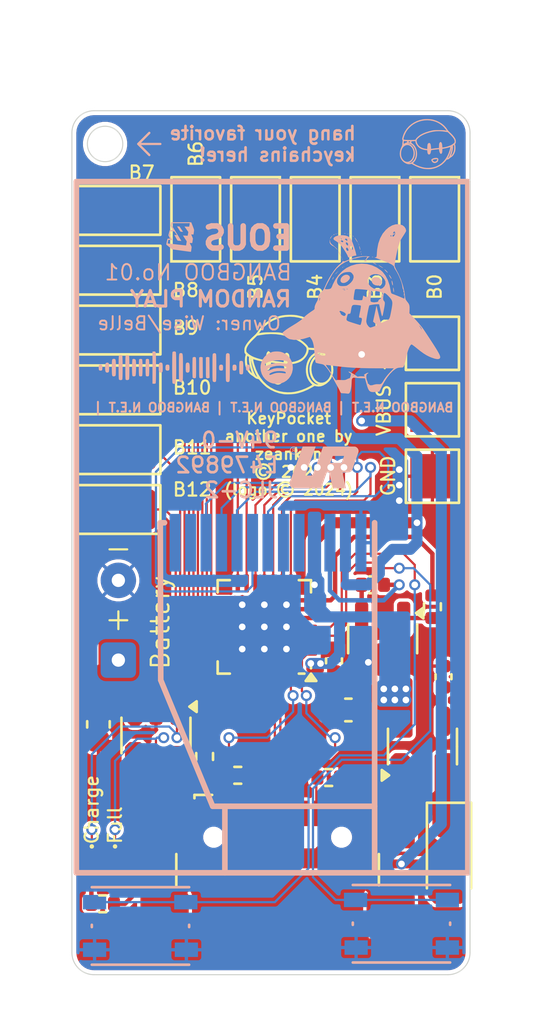
<source format=kicad_pcb>
(kicad_pcb (version 20241229) (generator "pcbnew") (generator_version "9.0")
  (layers (0 "F.Cu" signal) (2 "B.Cu" signal) (13 "F.Paste" user) (15 "B.Paste" user) (5 "F.SilkS" user "F.Silkscreen") (7 "B.SilkS" user "B.Silkscreen") (1 "F.Mask" user) (3 "B.Mask" user) (25 "Edge.Cuts" user))
  (net 0 "")
  (net 1 "/BAT+")
  (net 2 "GND")
  (net 3 "Net-(U3-BP)")
  (net 4 "+3V3")
  (net 5 "Net-(D1-K)")
  (net 6 "Net-(D1-A)")
  (net 7 "Net-(D2-K)")
  (net 8 "VBUS")
  (net 9 "VSYS")
  (net 10 "/LCD_SDA")
  (net 12 "/LCD_RS")
  (net 13 "/LCD_SCL")
  (net 14 "/LCD_CS")
  (net 15 "Net-(DP1-LEDK)")
  (net 16 "/LCD_RES")
  (net 19 "/PD_CC1")
  (net 21 "/PD_CC2")
  (net 23 "Net-(Q1-B)")
  (net 24 "Net-(Q1-E)")
  (net 25 "Net-(U2-PROG)")
  (net 26 "/LCD_BL")
  (net 27 "Net-(U1-PC0)")
  (net 28 "Net-(U1-PC3)")
  (net 31 "/USB_D-")
  (net 32 "/USB_D+")
  (net 35 "Net-(U1-PB0)")
  (net 36 "Net-(U1-PB1{slash}PB5)")
  (net 37 "Net-(U1-PB3)")
  (net 38 "Net-(U1-PB4)")
  (net 39 "Net-(U1-PB6)")
  (net 40 "Net-(U1-PB7)")
  (net 41 "Net-(U1-PB8)")
  (net 42 "Net-(U1-PB9)")
  (net 43 "Net-(U1-PB10)")
  (net 44 "Net-(U1-PB11)")
  (net 45 "Net-(U1-PB12)")
  (footprint "TestPoint:TestPoint_Keystone_5015_Micro_Mini" (layer "F.Cu") (at 102.1 42.3)
    (property "Reference" "TP10" (hide yes))
    (property "Value" "TestPoint")
  )
  (footprint "TestPoint:TestPoint_Keystone_5015_Micro_Mini" (layer "F.Cu") (at 102.1 39.6)
    (property "Reference" "TP9" (hide yes))
    (property "Value" "TestPoint")
  )
  (footprint "Connector_Wire:SolderWire-0.1sqmm_1x02_P3.6mm_D0.4mm_OD1mm" (layer "F.Cu") (at 102.1 51.8 90)
    (property "Reference" "J2" (hide yes))
    (property "Value" "BAT")
  )
  (footprint "TestPoint:TestPoint_Keystone_5015_Micro_Mini" (layer "F.Cu") (at 116.4 31.9 -90)
    (property "Reference" "TP1" (hide yes))
    (property "Value" "TestPoint")
  )
  (footprint "Connector_USB:USB_C_Receptacle_GCT_USB4110" (layer "F.Cu") (at 109.3 62.4)
    (property "Reference" "J1" (hide yes))
    (property "Value" "USB_C_Receptacle_USB2.0_16P")
  )
  (footprint "TestPoint:TestPoint_Keystone_5015_Micro_Mini" (layer "F.Cu") (at 108.3 31.9 -90)
    (property "Reference" "TP2" (hide yes))
    (property "Value" "TestPoint")
  )
  (footprint "Capacitor_SMD:C_0603_1608Metric" (layer "F.Cu") (at 112.5 54.05 180)
    (property "Reference" "C3" (hide yes))
    (property "Value" "2.2u")
  )
  (footprint "Resistor_SMD:R_0402_1005Metric" (layer "F.Cu") (at 107.5 57 180)
    (property "Reference" "R1" (hide yes))
    (property "Value" "5.1k")
  )
  (footprint "LED_SMD:LED_0402_1005Metric" (layer "F.Cu") (at 100.9 61.3 -90)
    (property "Reference" "D1" (hide yes))
    (property "Value" "RED")
  )
  (footprint "LED_SMD:LED_0402_1005Metric" (layer "F.Cu") (at 101.95 61.3 -90)
    (property "Reference" "D2" (hide yes))
    (property "Value" "GREEN")
  )
  (footprint "Resistor_SMD:R_0402_1005Metric" (layer "F.Cu") (at 113.6 48.4)
    (property "Reference" "R6" (hide yes))
    (property "Value" "20")
  )
  (footprint "TestPoint:TestPoint_Keystone_5015_Micro_Mini" (layer "F.Cu") (at 102.1 36.9)
    (property "Reference" "TP8" (hide yes))
    (property "Value" "TestPoint")
  )
  (footprint "TestPoint:TestPoint_Keystone_5015_Micro_Mini" (layer "F.Cu") (at 102.1 34.2)
    (property "Reference" "TP7" (hide yes))
    (property "Value" "TestPoint")
  )
  (footprint "Resistor_SMD:R_0402_1005Metric" (layer "F.Cu") (at 106 56.15 90)
    (property "Reference" "R3" (hide yes))
    (property "Value" "1.6k")
  )
  (footprint "TestPoint:TestPoint_Keystone_5015_Micro_Mini" (layer "F.Cu") (at 113.7 31.9 -90)
    (property "Reference" "TP3" (hide yes))
    (property "Value" "TestPoint")
  )
  (footprint "TestPoint:TestPoint_Keystone_5015_Micro_Mini" (layer "F.Cu") (at 102.1 45)
    (property "Reference" "TP11" (hide yes))
    (property "Value" "TestPoint")
  )
  (footprint "TestPoint:TestPoint_Pad_2.0x2.0mm" (layer "F.Cu") (at 116.3 43.5)
    (property "Reference" "TP14" (hide yes))
    (property "Value" "TestPoint")
  )
  (footprint "TestPoint:TestPoint_Pad_2.0x2.0mm" (layer "F.Cu") (at 116.3 40.5)
    (property "Reference" "TP13" (hide yes))
    (property "Value" "TestPoint")
  )
  (footprint "Package_TO_SOT_SMD:SOT-23-5" (layer "F.Cu") (at 115.85 55.7 90)
    (property "Reference" "U3" (hide yes))
    (property "Value" "MIC5205-3.3YM5")
  )
  (footprint "TestPoint:TestPoint_Pad_2.0x2.0mm" (layer "F.Cu") (at 116.3 37.5)
    (property "Reference" "TP12" (hide yes))
    (property "Value" "TestPoint")
  )
  (footprint "LOGO" (layer "F.Cu") (at 109.8 38)
    (property "Reference" "G***" (hide yes))
    (property "Value" "LOGO" (hide yes))
  )
  (footprint "TestPoint:TestPoint_Keystone_5015_Micro_Mini" (layer "F.Cu") (at 102.1 31.5)
    (property "Reference" "TP6" (hide yes))
    (property "Value" "TestPoint")
  )
  (footprint "Resistor_SMD:R_0402_1005Metric" (layer "F.Cu") (at 116.3 49.39 -90)
    (property "Reference" "R5" (hide yes))
    (property "Value" "1k")
  )
  (footprint "Resistor_SMD:R_0402_1005Metric" (layer "F.Cu") (at 101.39 62.8)
    (property "Reference" "R4" (hide yes))
    (property "Value" "1k")
  )
  (footprint "Capacitor_SMD:C_0603_1608Metric" (layer "F.Cu") (at 101.2 54.7 -90)
    (property "Reference" "C1" (hide yes))
    (property "Value" "1u")
  )
  (footprint "TestPoint:TestPoint_Keystone_5015_Micro_Mini" (layer "F.Cu") (at 105.6 31.9 90)
    (property "Reference" "TP5" (hide yes))
    (property "Value" "TestPoint")
  )
  (footprint "TestPoint:TestPoint_Keystone_5015_Micro_Mini" (layer "F.Cu") (at 111 31.9 -90)
    (property "Reference" "TP4" (hide yes))
    (property "Value" "TestPoint")
  )
  (footprint "Package_DFN_QFN:QFN-28-1EP_4x4mm_P0.4mm_EP2.7x2.7mm" (layer "F.Cu") (at 108.7 50.3 180)
    (property "Reference" "U1" (hide yes))
    (property "Value" "CH32X035G8U6")
  )
  (footprint "Capacitor_SMD:C_0402_1005Metric" (layer "F.Cu") (at 116.8 52.55 90)
    (property "Reference" "C2" (hide yes))
    (property "Value" "470p")
  )
  (footprint "Diode_SMD:D_SOD-123F" (layer "F.Cu") (at 117.05 60.45 -90)
    (property "Reference" "D3" (hide yes))
    (property "Value" "MBR120VLSFT1G")
  )
  (footprint "Package_TO_SOT_SMD:TSOT-23-6" (layer "F.Cu") (at 103.8 55.2 -90)
    (property "Reference" "U2" (hide yes))
    (property "Value" "TP4057")
  )
  (footprint "Package_TO_SOT_SMD:SOT-23" (layer "F.Cu") (at 114.05 50.8375 -90)
    (property "Reference" "Q1" (hide yes))
    (property "Value" "BC808")
  )
  (footprint "Resistor_SMD:R_0402_1005Metric" (layer "F.Cu") (at 111.61 57.1)
    (property "Reference" "R2" (hide yes))
    (property "Value" "5.1k")
  )
  (footprint "Capacitor_SMD:C_0402_1005Metric" (layer "F.Cu") (at 111.85 51.8325 90)
    (property "Reference" "C4" (hide yes))
    (property "Value" "100n")
  )
  (footprint "LOGO" (layer "B.Cu") (at 116.1 28.5 180)
    (property "Reference" "G***" (hide yes))
    (property "Value" "LOGO" (hide yes))
  )
  (footprint "Button_Switch_SMD:SW_Push_1P1T_NO_Vertical_Wuerth_434133025816" (layer "B.Cu") (at 114.9 63.7 180)
    (property "Reference" "SW1" (hide yes))
    (property "Value" "A")
  )
  (footprint "LOGO" (layer "B.Cu") (at 111.4 43.1 180)
    (property "Reference" "G***" (hide yes))
    (property "Value" "LOGO" (hide yes))
  )
  (footprint "LOGO" (layer "B.Cu") (at 105.6 38.6 180)
    (property "Reference" "G***" (hide yes))
    (property "Value" "LOGO" (hide yes))
  )
  (footprint "LOGO" (layer "B.Cu") (at 113 35.95 180)
    (property "Reference" "G***" (hide yes))
    (property "Value" "LOGO" (hide yes))
  )
  (footprint "N114-ST7789V:ST7789-114" (layer "B.Cu") (at 108.7 46.4 180)
    (property "Reference" "DP1" (hide yes))
    (property "Value" "N114-ST7789V")
  )
  (footprint "LOGO" (layer "B.Cu") (at 104.9 32.7 180)
    (property "Reference" "G***" (hide yes))
    (property "Value" "LOGO" (hide yes))
  )
  (footprint "Button_Switch_SMD:SW_Push_1P1T_NO_Vertical_Wuerth_434133025816" (layer "B.Cu") (at 103.1 63.8)
    (property "Reference" "SW2" (hide yes))
    (property "Value" "B")
  )
  (gr_line (start 101.7 46.8) (end 102.5 46.8) (stroke (width 0.1)) (layer "F.SilkS"))
  (gr_line (start 102.1 49.6) (end 102.1 50.4) (stroke (width 0.1)) (layer "F.SilkS"))
  (gr_line (start 102.5 50) (end 102.1 50) (stroke (width 0.1)) (layer "F.SilkS"))
  (gr_line (start 101.7 50) (end 102.5 50) (stroke (width 0.1)) (layer "F.SilkS"))
  (gr_line (start 103.5 29) (end 103 28.5) (stroke (width 0.1)) (layer "B.SilkS"))
  (gr_line (start 103 28.5) (end 103.5 28) (stroke (width 0.1)) (layer "B.SilkS"))
  (gr_line (start 103.5 28) (end 103 28.5) (stroke (width 0.1)) (layer "B.SilkS"))
  (gr_line (start 103 28.5) (end 103.5 29) (stroke (width 0.1)) (layer "B.SilkS"))
  (gr_line (start 103 28.5) (end 104 28.5) (stroke (width 0.1)) (layer "B.SilkS"))
  (gr_line (start 118 28) (end 118 65) (stroke (width 0.05)) (layer "Edge.Cuts"))
  (gr_arc (start 101 66) (mid 100.292893 65.707107) (end 100 65) (stroke (width 0.05)) (layer "Edge.Cuts"))
  (gr_arc (start 100 28) (mid 100.292893 27.292893) (end 101 27) (stroke (width 0.05)) (layer "Edge.Cuts"))
  (gr_line (start 117 66) (end 101 66) (stroke (width 0.05)) (layer "Edge.Cuts"))
  (gr_circle (center 101.5 28.5) (end 102.3 28.5) (stroke (width 0.05)) (fill no) (layer "Edge.Cuts"))
  (gr_line (start 101 27) (end 117 27) (stroke (width 0.05)) (layer "Edge.Cuts"))
  (gr_arc (start 118 65) (mid 117.707107 65.707107) (end 117 66) (stroke (width 0.05)) (layer "Edge.Cuts"))
  (gr_arc (start 117 27) (mid 117.707107 27.292893) (end 118 28) (stroke (width 0.05)) (layer "Edge.Cuts"))
  (gr_line (start 100 65) (end 100 28) (stroke (width 0.05)) (layer "Edge.Cuts"))
  (gr_text "+3V3" (at 114.1 36.3 90) (layer "F.SilkS") (effects (font (size 0.6 0.6) (thickness 0.1)) (justify right)))
  (gr_text "B7" (at 102.5 29.8 0) (layer "F.SilkS") (effects (font (size 0.6 0.6) (thickness 0.1)) (justify left)))
  (gr_text "B5" (at 108.3 34.3 90) (layer "F.SilkS") (effects (font (size 0.6 0.6) (thickness 0.1)) (justify right)))
  (gr_text "B9" (at 104.5 36.8 0) (layer "F.SilkS") (effects (font (size 0.6 0.6) (thickness 0.1)) (justify left)))
  (gr_text "B4" (at 111 34.3 90) (layer "F.SilkS") (effects (font (size 0.6 0.6) (thickness 0.1)) (justify right)))
  (gr_text "Charge" (at 100.896679 60.17339 90) (layer "F.SilkS") (effects (font (size 0.6 0.6) (thickness 0.1)) (justify left)))
  (gr_text "Battery" (at 104 50.1 90) (layer "F.SilkS") (effects (font (size 0.8 0.8) (thickness 0.1))))
  (gr_text "B10" (at 104.5 39.5 0) (layer "F.SilkS") (effects (font (size 0.6 0.6) (thickness 0.1)) (justify left)))
  (gr_text "B12" (at 104.5 44.1 0) (layer "F.SilkS") (effects (font (size 0.6 0.6) (thickness 0.1)) (justify left)))
  (gr_text "B11" (at 104.5 42.2 0) (layer "F.SilkS") (effects (font (size 0.6 0.6) (thickness 0.1)) (justify left)))
  (gr_text "B0" (at 116.4 34.3 90) (layer "F.SilkS") (effects (font (size 0.6 0.6) (thickness 0.1)) (justify right)))
  (gr_text "B3" (at 113.7 34.3 90) (layer "F.SilkS") (effects (font (size 0.6 0.6) (thickness 0.1)) (justify right)))
  (gr_text "Full" (at 101.95 60.16 90) (layer "F.SilkS") (effects (font (size 0.6 0.6) (thickness 0.1)) (justify left)))
  (gr_text "GND" (at 114.3 42.5 90) (layer "F.SilkS") (effects (font (size 0.6 0.6) (thickness 0.1)) (justify right)))
  (gr_text "B6" (at 105.6 29.6 90) (layer "F.SilkS") (effects (font (size 0.6 0.6) (thickness 0.1)) (justify left)))
  (gr_text "KeyPocket\nanother one by\nzeankun\n©️ 2025\n(logo © 2024)" (at 109.8 44.4 0) (layer "F.SilkS") (effects (font (size 0.5 0.5) (thickness 0.1)) (justify bottom)))
  (gr_text "VBUS" (at 114.1 39.3 90) (layer "F.SilkS") (effects (font (size 0.6 0.6) (thickness 0.1)) (justify right)))
  (gr_text "B8" (at 104.5 35.1 0) (layer "F.SilkS") (effects (font (size 0.6 0.6) (thickness 0.1)) (justify left)))
  (gr_text "RANDOM PLAY" (at 110 35.5 0) (layer "B.SilkS") (effects (font (size 0.7 0.7) (thickness 0.14) (bold yes)) (justify left mirror)))
  (gr_text "BANGBOO No.01" (at 110 34.3 0) (layer "B.SilkS") (effects (font (size 0.7 0.7) (thickness 0.0875)) (justify left mirror)))
  (gr_text "Owner: Wise/Belle" (at 109.5 36.6 0) (layer "B.SilkS") (effects (font (size 0.6 0.6) (thickness 0.0875)) (justify left mirror)))
  (gr_text "BANGBOO N.E.T | " (at 117.3 40.4 0) (layer "B.SilkS") (effects (font (size 0.4 0.4) (thickness 0.0875)) (justify left mirror)))
  (gr_text "BANGBOO N.E.T | " (at 111.8 40.4 0) (layer "B.SilkS") (effects (font (size 0.4 0.4) (thickness 0.0875)) (justify left mirror)))
  (gr_text "EOUS" (at 110.1 32.75 0) (layer "B.SilkS") (effects (font (size 1 1) (thickness 0.3) (bold yes)) (justify left mirror)))
  (gr_text "hang your favorite\nkeychains here!" (at 112.9 28.5 0) (layer "B.SilkS") (effects (font (size 0.6 0.6) (thickness 0.12) (bold yes)) (justify left mirror)))
  (gr_text "BANGBOO N.E.T | " (at 106.3 40.4 0) (layer "B.SilkS") (effects (font (size 0.4 0.4) (thickness 0.0875)) (justify left mirror)))
  (gr_text "94V-0\nE479892\nJLC-2" (at 109.4 43 0) (layer "B.SilkS") (effects (font (size 0.7 0.7) (thickness 0.12) (bold yes)) (justify left mirror)))
  (segment (start 101.2 53.925) (end 101.2 52.7) (width 1) (layer "F.Cu") (net 1))
  (segment (start 101.2 52.7) (end 102.1 51.8) (width 1) (layer "F.Cu") (net 1))
  (via (at 107.7 51.3) (size 0.5) (drill 0.3) (layers "F.Cu" "B.Cu") (net 2))
  (via (at 114.8 43.2) (size 0.5) (drill 0.3) (layers "F.Cu" "B.Cu") (net 2))
  (via (at 109.7 50.3) (size 0.5) (drill 0.3) (layers "F.Cu" "B.Cu") (net 2))
  (via (at 110.5 43.1) (size 0.5) (drill 0.3) (layers "F.Cu" "B.Cu") (net 2))
  (via (at 109.7 51.3) (size 0.5) (drill 0.3) (layers "F.Cu" "B.Cu") (net 2))
  (via (at 114.8 43.9) (size 0.5) (drill 0.3) (layers "F.Cu" "B.Cu") (net 2))
  (via (at 107.7 50.3) (size 0.5) (drill 0.3) (layers "F.Cu" "B.Cu") (net 2))
  (via (at 113.4 51.9) (size 0.5) (drill 0.3) (layers "F.Cu" "B.Cu") (net 2))
  (via (at 109.7 49.3) (size 0.5) (drill 0.3) (layers "F.Cu" "B.Cu") (net 2))
  (via (at 109.9 43.1) (size 0.5) (drill 0.3) (layers "F.Cu" "B.Cu") (net 2))
  (via (at 107.7 49.3) (size 0.5) (drill 0.3) (layers "F.Cu" "B.Cu") (net 2))
  (via (at 108.7 50.3) (size 0.5) (drill 0.3) (layers "F.Cu" "B.Cu") (net 2))
  (via (at 108.7 49.3) (size 0.5) (drill 0.3) (layers "F.Cu" "B.Cu") (net 2))
  (via (at 114.8 44.6) (size 0.5) (drill 0.3) (layers "F.Cu" "B.Cu") (net 2))
  (via (at 108.7 51.3) (size 0.5) (drill 0.3) (layers "F.Cu" "B.Cu") (net 2))
  (segment (start 116.8 54.5625) (end 116.8 53.03) (width 0.1) (layer "F.Cu") (net 3))
  (segment (start 110.966 46.434) (end 110.966 48.4) (width 0.5) (layer "F.Cu") (net 4))
  (segment (start 113.1 38) (end 113.6 37.5) (width 0.5) (layer "F.Cu") (net 4))
  (segment (start 113.6 37.5) (end 116.3 37.5) (width 0.5) (layer "F.Cu") (net 4))
  (segment (start 111.8 45.6) (end 110.966 46.434) (width 0.5) (layer "F.Cu") (net 4))
  (segment (start 111.94 51.2625) (end 111.85 51.3525) (width 0.3) (layer "F.Cu") (net 4))
  (segment (start 115.6 45.6) (end 111.8 45.6) (width 0.5) (layer "F.Cu") (net 4))
  (via (at 115.6 45.6) (size 0.5) (drill 0.3) (layers "F.Cu" "B.Cu") (net 4))
  (via (at 110.966 48.4) (size 0.5) (drill 0.3) (layers "F.Cu" "B.Cu") (net 4))
  (via (at 110.8 51.95) (size 0.5) (drill 0.3) (layers "F.Cu" "B.Cu") (net 4))
  (via (at 115.1 53.6) (size 0.5) (drill 0.3) (layers "F.Cu" "B.Cu") (net 4))
  (via (at 114.6 53.6) (size 0.5) (drill 0.3) (layers "F.Cu" "B.Cu") (net 4))
  (via (at 114.1 53.6) (size 0.5) (drill 0.3) (layers "F.Cu" "B.Cu") (net 4))
  (via (at 113.1 38) (size 0.5) (drill 0.3) (layers "F.Cu" "B.Cu") (net 4))
  (via (at 111.238963 51.953801) (size 0.5) (drill 0.3) (layers "F.Cu" "B.Cu") (net 4))
  (via (at 115.1 53.1) (size 0.5) (drill 0.3) (layers "F.Cu" "B.Cu") (net 4))
  (via (at 114.1 53.1) (size 0.5) (drill 0.3) (layers "F.Cu" "B.Cu") (net 4))
  (via (at 114.6 53.1) (size 0.5) (drill 0.3) (layers "F.Cu" "B.Cu") (net 4))
  (segment (start 114.5 46.8) (end 113.9 47.4) (width 0.5) (layer "B.Cu") (net 4))
  (segment (start 112.366 46.5) (end 112.366 48.366) (width 0.3) (layer "B.Cu") (net 4))
  (segment (start 112.7349 41.8) (end 114.8 41.8) (width 0.5) (layer "B.Cu") (net 4))
  (segment (start 111.7 51.95) (end 112.1 51.55) (width 0.5) (layer "B.Cu") (net 4))
  (segment (start 113.1 38) (end 112.4 38.7) (width 0.5) (layer "B.Cu") (net 4))
  (segment (start 115.3 46.8) (end 114.5 46.8) (width 0.5) (layer "B.Cu") (net 4))
  (segment (start 115.6 45.6) (end 115.6 46.5) (width 0.5) (layer "B.Cu") (net 4))
  (segment (start 110.8 51.95) (end 111.7 51.95) (width 0.5) (layer "B.Cu") (net 4))
  (segment (start 113.9 47.4) (end 113.9 47.9) (width 0.5) (layer "B.Cu") (net 4))
  (segment (start 112.4 41.4651) (end 112.7349 41.8) (width 0.5) (layer "B.Cu") (net 4))
  (segment (start 112.1 51.55) (end 112.1 51.5) (width 0.5) (layer "B.Cu") (net 4))
  (segment (start 112.1 51.5) (end 112.1 49.85) (width 0.5) (layer "B.Cu") (net 4))
  (segment (start 112.4 38.7) (end 112.4 41.4651) (width 0.5) (layer "B.Cu") (net 4))
  (segment (start 113.9 47.9) (end 113.4 48.4) (width 0.5) (layer "B.Cu") (net 4))
  (segment (start 112.366 48.366) (end 112.4 48.4) (width 0.3) (layer "B.Cu") (net 4))
  (segment (start 114.8 41.8) (end 115.6 42.6) (width 0.5) (layer "B.Cu") (net 4))
  (segment (start 113.4 48.4) (end 112.4 48.4) (width 0.5) (layer "B.Cu") (net 4))
  (segment (start 115.6 46.5) (end 115.3 46.8) (width 0.5) (layer "B.Cu") (net 4))
  (segment (start 115.6 42.6) (end 115.6 45.6) (width 0.5) (layer "B.Cu") (net 4))
  (segment (start 100.9 60.815) (end 100.9 59.45) (width 0.1) (layer "F.Cu") (net 5))
  (segment (start 104.75 55.3) (end 104.75 54.0625) (width 0.1) (layer "F.Cu") (net 5))
  (via (at 100.9 59.45) (size 0.5) (drill 0.3) (layers "F.Cu" "B.Cu") (net 5))
  (via (at 104.75 55.3) (size 0.5) (drill 0.3) (layers "F.Cu" "B.Cu") (net 5))
  (segment (start 102.15 54.8) (end 100.9 56.05) (width 0.1) (layer "B.Cu") (net 5))
  (segment (start 104.75 55.3) (end 104.75 55.15) (width 0.1) (layer "B.Cu") (net 5))
  (segment (start 100.9 56.05) (end 100.9 59.45) (width 0.1) (layer "B.Cu") (net 5))
  (segment (start 104.75 55.15) (end 104.4 54.8) (width 0.1) (layer "B.Cu") (net 5))
  (segment (start 104.4 54.8) (end 102.15 54.8) (width 0.1) (layer "B.Cu") (net 5))
  (segment (start 100.88 62.8) (end 100.88 61.805) (width 0.2) (layer "F.Cu") (net 6))
  (segment (start 101.95 61.785) (end 100.9 61.785) (width 0.2) (layer "F.Cu") (net 6))
  (segment (start 100.88 61.805) (end 100.9 61.785) (width 0.2) (layer "F.Cu") (net 6))
  (segment (start 103.85 55.3) (end 103.8 55.35) (width 0.1) (layer "F.Cu") (net 7))
  (segment (start 103.8 55.35) (end 103.8 56.3375) (width 0.1) (layer "F.Cu") (net 7))
  (segment (start 104.149997 55.3) (end 103.85 55.3) (width 0.1) (layer "F.Cu") (net 7))
  (segment (start 101.95 60.815) (end 101.95 59.45) (width 0.1) (layer "F.Cu") (net 7))
  (via (at 104.149997 55.3) (size 0.5) (drill 0.3) (layers "F.Cu" "B.Cu") (net 7))
  (via (at 101.95 59.45) (size 0.5) (drill 0.3) (layers "F.Cu" "B.Cu") (net 7))
  (segment (start 102.95 55.35) (end 101.95 56.35) (width 0.1) (layer "B.Cu") (net 7))
  (segment (start 103.85 55.3) (end 103.8 55.35) (width 0.1) (layer "B.Cu") (net 7))
  (segment (start 101.95 56.35) (end 101.95 59.45) (width 0.1) (layer "B.Cu") (net 7))
  (segment (start 104.149997 55.3) (end 103.85 55.3) (width 0.1) (layer "B.Cu") (net 7))
  (segment (start 103.8 55.35) (end 102.95 55.35) (width 0.1) (layer "B.Cu") (net 7))
  (segment (start 103.3 61.1) (end 107.2 61.1) (width 0.2) (layer "F.Cu") (net 8))
  (segment (start 102.7 61.7) (end 103.2 61.2) (width 0.2) (layer "F.Cu") (net 8))
  (segment (start 102.4 62.8) (end 102.7 62.5) (width 0.2) (layer "F.Cu") (net 8))
  (segment (start 103.2 61.2) (end 103.3 61.1) (width 0.2) (layer "F.Cu") (net 8))
  (segment (start 113.6 40.5) (end 113.1 41) (width 0.5) (layer "F.Cu") (net 8))
  (segment (start 102.7 62.5) (end 102.7 61.7) (width 0.2) (layer "F.Cu") (net 8))
  (segment (start 116.3 40.5) (end 113.6 40.5) (width 0.5) (layer "F.Cu") (net 8))
  (segment (start 101.9 62.8) (end 102.4 62.8) (width 0.2) (layer "F.Cu") (net 8))
  (via (at 114.9 61) (size 0.5) (drill 0.3) (layers "F.Cu" "B.Cu") (net 8))
  (via (at 113.1 41) (size 0.5) (drill 0.3) (layers "F.Cu" "B.Cu") (net 8))
  (segment (start 113.1 41) (end 115.3 41) (width 0.5) (layer "B.Cu") (net 8))
  (segment (start 116.7 59.2) (end 114.9 61) (width 0.5) (layer "B.Cu") (net 8))
  (segment (start 116.7 42.4) (end 116.7 59.2) (width 0.5) (layer "B.Cu") (net 8))
  (segment (start 115.3 41) (end 116.7 42.4) (width 0.5) (layer "B.Cu") (net 8))
  (segment (start 108.3 44.8) (end 108.3 48.3375) (width 0.1) (layer "F.Cu") (net 10))
  (segment (start 111.099988 43.550012) (end 111.099988 43.1) (width 0.1) (layer "F.Cu") (net 10))
  (segment (start 108.3 44.8) (end 109.302 43.798) (width 0.1) (layer "F.Cu") (net 10))
  (segment (start 110.852 43.798) (end 111.099988 43.550012) (width 0.1) (layer "F.Cu") (net 10))
  (segment (start 109.302 43.798) (end 110.852 43.798) (width 0.1) (layer "F.Cu") (net 10))
  (via (at 111.099988 43.1) (size 0.5) (drill 0.3) (layers "F.Cu" "B.Cu") (net 10))
  (segment (start 111.099988 43.500012) (end 110.8 43.8) (width 0.1) (layer "B.Cu") (net 10))
  (segment (start 106.066 44.766) (end 106.066 46.5) (width 0.1) (layer "B.Cu") (net 10))
  (segment (start 111.099988 43.1) (end 111.099988 43.500012) (width 0.1) (layer "B.Cu") (net 10))
  (segment (start 106.05 44.75) (end 106.066 44.766) (width 0.1) (layer "B.Cu") (net 10))
  (segment (start 110.8 43.8) (end 107 43.8) (width 0.1) (layer "B.Cu") (net 10))
  (segment (start 107 43.8) (end 106.05 44.75) (width 0.1) (layer "B.Cu") (net 10))
  (segment (start 109.9 44.8) (end 109.9 48.3375) (width 0.1) (layer "F.Cu") (net 12))
  (segment (start 113.2 44.6) (end 110.1 44.6) (width 0.1) (layer "F.Cu") (net 12))
  (segment (start 113.5 44.3) (end 113.2 44.6) (width 0.1) (layer "F.Cu") (net 12))
  (segment (start 113.5 43.1) (end 113.5 44.3) (width 0.1) (layer "F.Cu") (net 12))
  (segment (start 110.1 44.6) (end 109.9 44.8) (width 0.1) (layer "F.Cu") (net 12))
  (via (at 113.5 43.1) (size 0.5) (drill 0.3) (layers "F.Cu" "B.Cu") (net 12))
  (segment (start 108.299 44.201) (end 112.799 44.201) (width 0.1) (layer "B.Cu") (net 12))
  (segment (start 113.5 43.5) (end 113.5 43.1) (width 0.1) (layer "B.Cu") (net 12))
  (segment (start 107.466 45.034) (end 108.299 44.201) (width 0.1) (layer "B.Cu") (net 12))
  (segment (start 112.799 44.201) (end 113.5 43.5) (width 0.1) (layer "B.Cu") (net 12))
  (segment (start 107.466 46.5) (end 107.466 45.034) (width 0.1) (layer "B.Cu") (net 12))
  (segment (start 112 44.2) (end 109.7 44.2) (width 0.1) (layer "F.Cu") (net 13))
  (segment (start 109.1 44.8) (end 109.1 48.3375) (width 0.1) (layer "F.Cu") (net 13))
  (segment (start 112.3 43.9) (end 112 44.2) (width 0.1) (layer "F.Cu") (net 13))
  (segment (start 112.299994 43.1) (end 112.3 43.100006) (width 0.1) (layer "F.Cu") (net 13))
  (segment (start 109.7 44.2) (end 109.1 44.8) (width 0.1) (layer "F.Cu") (net 13))
  (segment (start 112.3 43.100006) (end 112.3 43.9) (width 0.1) (layer "F.Cu") (net 13))
  (via (at 112.299994 43.1) (size 0.5) (drill 0.3) (layers "F.Cu" "B.Cu") (net 13))
  (segment (start 106.766 44.934) (end 106.766 46.5) (width 0.1) (layer "B.Cu") (net 13))
  (segment (start 107.7 44) (end 106.766 44.934) (width 0.1) (layer "B.Cu") (net 13))
  (segment (start 112.299994 43.1) (end 111.399994 44) (width 0.1) (layer "B.Cu") (net 13))
  (segment (start 111.399994 44) (end 107.7 44) (width 0.1) (layer "B.Cu") (net 13))
  (segment (start 112.7 44.4) (end 109.9 44.4) (width 0.1) (layer "F.Cu") (net 14))
  (segment (start 109.5 44.8) (end 109.5 48.3375) (width 0.1) (layer "F.Cu") (net 14))
  (segment (start 112.9 43.100003) (end 112.9 44.2) (width 0.1) (layer "F.Cu") (net 14))
  (segment (start 109.9 44.4) (end 109.5 44.8) (width 0.1) (layer "F.Cu") (net 14))
  (segment (start 112.9 44.2) (end 112.7 44.4) (width 0.1) (layer "F.Cu") (net 14))
  (segment (start 112.899997 43.1) (end 112.9 43.100003) (width 0.1) (layer "F.Cu") (net 14))
  (via (at 112.899997 43.1) (size 0.5) (drill 0.3) (layers "F.Cu" "B.Cu") (net 14))
  (segment (start 108.866 45.1) (end 108.866 46.5) (width 0.1) (layer "B.Cu") (net 14))
  (segment (start 112.899997 43.1) (end 112.9 43.099997) (width 0.1) (layer "B.Cu") (net 14))
  (segment (start 112.9 42.6) (end 113.1 42.4) (width 0.1) (layer "B.Cu") (net 14))
  (segment (start 113.1 42.4) (end 113.9 42.4) (width 0.1) (layer "B.Cu") (net 14))
  (segment (start 112.882256 44.402) (end 109.564 44.402) (width 0.1) (layer "B.Cu") (net 14))
  (segment (start 114.3 43.8) (end 113.7 44.4) (width 0.1) (layer "B.Cu") (net 14))
  (segment (start 109.564 44.402) (end 108.866 45.1) (width 0.1) (layer "B.Cu") (net 14))
  (segment (start 113.7 44.4) (end 112.884257 44.4) (width 0.1) (layer "B.Cu") (net 14))
  (segment (start 112.884257 44.4) (end 112.882256 44.402) (width 0.1) (layer "B.Cu") (net 14))
  (segment (start 113.9 42.4) (end 114.3 42.8) (width 0.1) (layer "B.Cu") (net 14))
  (segment (start 114.3 42.8) (end 114.3 43.8) (width 0.1) (layer "B.Cu") (net 14))
  (segment (start 112.9 43.099997) (end 112.9 42.6) (width 0.1) (layer "B.Cu") (net 14))
  (segment (start 114.11 48.4) (end 114.8 48.4) (width 0.2) (layer "F.Cu") (net 15))
  (via (at 114.8 48.4) (size 0.5) (drill 0.3) (layers "F.Cu" "B.Cu") (net 15))
  (segment (start 114.1 49.1) (end 112.1 49.1) (width 0.2) (layer "B.Cu") (net 15))
  (segment (start 111.666 48.666) (end 111.666 46.5) (width 0.2) (layer "B.Cu") (net 15))
  (segment (start 112.1 49.1) (end 111.666 48.666) (width 0.2) (layer "B.Cu") (net 15))
  (segment (start 114.8 48.4) (end 114.1 49.1) (width 0.2) (layer "B.Cu") (net 15))
  (segment (start 111.501 43.999) (end 109.501 43.999) (width 0.1) (layer "F.Cu") (net 16))
  (segment (start 109.501 43.999) (end 108.7 44.8) (width 0.1) (layer "F.Cu") (net 16))
  (segment (start 111.699991 43.1) (end 111.7 43.100009) (width 0.1) (layer "F.Cu") (net 16))
  (segment (start 111.7 43.100009) (end 111.7 43.8) (width 0.1) (layer "F.Cu") (net 16))
  (segment (start 108.7 44.8) (end 108.7 48.3375) (width 0.1) (layer "F.Cu") (net 16))
  (segment (start 111.7 43.8) (end 111.501 43.999) (width 0.1) (layer "F.Cu") (net 16))
  (via (at 111.699991 43.1) (size 0.5) (drill 0.3) (layers "F.Cu" "B.Cu") (net 16))
  (segment (start 107.9 48.7) (end 108.166 48.434) (width 0.1) (layer "B.Cu") (net 16))
  (segment (start 104.9 42.2) (end 103.8 43.3) (width 0.1) (layer "B.Cu") (net 16))
  (segment (start 111.7 43.099991) (end 111.7 42.6) (width 0.1) (layer "B.Cu") (net 16))
  (segment (start 111.7 42.6) (end 111.3 42.2) (width 0.1) (layer "B.Cu") (net 16))
  (segment (start 111.699991 43.1) (end 111.7 43.099991) (width 0.1) (layer "B.Cu") (net 16))
  (segment (start 108.166 48.434) (end 108.166 46.5) (width 0.1) (layer "B.Cu") (net 16))
  (segment (start 103.8 43.3) (end 103.8 48.3) (width 0.1) (layer "B.Cu") (net 16))
  (segment (start 103.8 48.3) (end 104.2 48.7) (width 0.1) (layer "B.Cu") (net 16))
  (segment (start 111.3 42.2) (end 104.9 42.2) (width 0.1) (layer "B.Cu") (net 16))
  (segment (start 104.2 48.7) (end 107.9 48.7) (width 0.1) (layer "B.Cu") (net 16))
  (segment (start 108.05 58.72) (end 108.05 57.04) (width 0.1) (layer "F.Cu") (net 19))
  (segment (start 107.6 56.1) (end 108.01 56.51) (width 0.1) (layer "F.Cu") (net 19))
  (segment (start 107.1 55.3) (end 107.1 55.9) (width 0.1) (layer "F.Cu") (net 19))
  (segment (start 109.9 52.2625) (end 109.9 53.3) (width 0.1) (layer "F.Cu") (net 19))
  (segment (start 107.3 56.1) (end 107.6 56.1) (width 0.1) (layer "F.Cu") (net 19))
  (segment (start 108.01 56.51) (end 108.01 57) (width 0.1) (layer "F.Cu") (net 19))
  (segment (start 108.05 57.04) (end 108.01 57) (width 0.1) (layer "F.Cu") (net 19))
  (segment (start 109.9 53.3) (end 110 53.4) (width 0.1) (layer "F.Cu") (net 19))
  (segment (start 107.1 55.9) (end 107.3 56.1) (width 0.1) (layer "F.Cu") (net 19))
  (via (at 107.1 55.3) (size 0.5) (drill 0.3) (layers "F.Cu" "B.Cu") (net 19))
  (via (at 110 53.4) (size 0.5) (drill 0.3) (layers "F.Cu" "B.Cu") (net 19))
  (segment (start 108.83 55.3) (end 110 54.13) (width 0.1) (layer "B.Cu") (net 19))
  (segment (start 107.1 55.3) (end 108.83 55.3) (width 0.1) (layer "B.Cu") (net 19))
  (segment (start 110 54.13) (end 110 53.4) (width 0.1) (layer "B.Cu") (net 19))
  (segment (start 111.9 55.8) (end 111.6 56.1) (width 0.1) (layer "F.Cu") (net 21))
  (segment (start 111.2 56.1) (end 111.1 56.2) (width 0.1) (layer "F.Cu") (net 21))
  (segment (start 111.9 55.3) (end 111.9 55.8) (width 0.1) (layer "F.Cu") (net 21))
  (segment (start 111.6 56.1) (end 111.2 56.1) (width 0.1) (layer "F.Cu") (net 21))
  (segment (start 111.05 57.15) (end 111.1 57.1) (width 0.1) (layer "F.Cu") (net 21))
  (segment (start 110.6625 51.5) (end 110.399 51.7635) (width 0.1) (layer "F.Cu") (net 21))
  (segment (start 111.1 56.2) (end 111.1 57.1) (width 0.1) (layer "F.Cu") (net 21))
  (segment (start 110.399 53.198997) (end 110.600003 53.4) (width 0.1) (layer "F.Cu") (net 21))
  (segment (start 111.05 58.72) (end 111.05 57.15) (width 0.1) (layer "F.Cu") (net 21))
  (segment (start 110.399 51.7635) (end 110.399 53.198997) (width 0.1) (layer "F.Cu") (net 21))
  (via (at 110.600003 53.4) (size 0.5) (drill 0.3) (layers "F.Cu" "B.Cu") (net 21))
  (via (at 111.9 55.3) (size 0.5) (drill 0.3) (layers "F.Cu" "B.Cu") (net 21))
  (segment (start 111.9 55.3) (end 111.7 55.3) (width 0.1) (layer "B.Cu") (net 21))
  (segment (start 110.600003 54.200003) (end 110.600003 53.4) (width 0.1) (layer "B.Cu") (net 21))
  (segment (start 111.7 55.3) (end 110.600003 54.200003) (width 0.1) (layer "B.Cu") (net 21))
  (segment (start 115 49.9) (end 116.3 49.9) (width 0.2) (layer "F.Cu") (net 23))
  (segment (start 113.1 48.41) (end 113.09 48.4) (width 0.2) (layer "F.Cu") (net 24))
  (segment (start 113.1 49.9) (end 113.1 48.41) (width 0.2) (layer "F.Cu") (net 24))
  (segment (start 106 56.66) (end 105.0725 56.66) (width 0.1) (layer "F.Cu") (net 25))
  (segment (start 105.0725 56.66) (end 104.75 56.3375) (width 0.1) (layer "F.Cu") (net 25))
  (segment (start 115.5375 46.2375) (end 116.3 47) (width 0.2) (layer "F.Cu") (net 26))
  (segment (start 112.7625 46.2375) (end 115.5375 46.2375) (width 0.2) (layer "F.Cu") (net 26))
  (segment (start 111.9 48.9) (end 111.9 47.1) (width 0.2) (layer "F.Cu") (net 26))
  (segment (start 116.3 47) (end 116.3 48.88) (width 0.2) (layer "F.Cu") (net 26))
  (segment (start 111.9 47.1) (end 112.7625 46.2375) (width 0.2) (layer "F.Cu") (net 26))
  (segment (start 110.6625 49.1) (end 111.7 49.1) (width 0.2) (layer "F.Cu") (net 26))
  (segment (start 111.7 49.1) (end 111.9 48.9) (width 0.2) (layer "F.Cu") (net 26))
  (segment (start 112.4 47.9) (end 112.4 50.2) (width 0.1) (layer "F.Cu") (net 27))
  (segment (start 112.9 47.4) (end 112.4 47.9) (width 0.1) (layer "F.Cu") (net 27))
  (segment (start 111.9 50.7) (end 110.6625 50.7) (width 0.1) (layer "F.Cu") (net 27))
  (segment (start 113.8 47.4) (end 112.9 47.4) (width 0.1) (layer "F.Cu") (net 27))
  (segment (start 112.4 50.2) (end 111.9 50.7) (width 0.1) (layer "F.Cu") (net 27))
  (segment (start 114.050003 47.650003) (end 113.8 47.4) (width 0.1) (layer "F.Cu") (net 27))
  (segment (start 114.8 47.650003) (end 114.050003 47.650003) (width 0.1) (layer "F.Cu") (net 27))
  (via (at 114.8 47.650003) (size 0.5) (drill 0.3) (layers "F.Cu" "B.Cu") (net 27))
  (segment (start 115.450003 47.650003) (end 116.2 48.4) (width 0.1) (layer "B.Cu") (net 27))
  (segment (start 110.9 61.6) (end 111.925 62.625) (width 0.1) (layer "B.Cu") (net 27))
  (segment (start 112.2 56.3) (end 110.9 57.6) (width 0.1) (layer "B.Cu") (net 27))
  (segment (start 116.2 48.4) (end 116.2 55) (width 0.1) (layer "B.Cu") (net 27))
  (segment (start 110.9 57.6) (end 110.9 61.6) (width 0.1) (layer "B.Cu") (net 27))
  (segment (start 111.925 62.625) (end 112.825 62.625) (width 0.1) (layer "B.Cu") (net 27))
  (segment (start 114.8 47.650003) (end 115.450003 47.650003) (width 0.1) (layer "B.Cu") (net 27))
  (segment (start 114.9 56.3) (end 112.2 56.3) (width 0.1) (layer "B.Cu") (net 27))
  (segment (start 116.975 62.625) (end 112.825 62.625) (width 0.1) (layer "B.Cu") (net 27))
  (segment (start 116.2 55) (end 114.9 56.3) (width 0.1) (layer "B.Cu") (net 27))
  (segment (start 111.7 50.3) (end 110.6625 50.3) (width 0.1) (layer "F.Cu") (net 28))
  (segment (start 112.2 49.8) (end 111.7 50.3) (width 0.1) (layer "F.Cu") (net 28))
  (segment (start 115.5 47.5) (end 115 47) (width 0.1) (layer "F.Cu") (net 28))
  (segment (start 115.5 48.4) (end 115.5 47.5) (width 0.1) (layer "F.Cu") (net 28))
  (segment (start 112.2 47.6) (end 112.2 49.8) (width 0.1) (layer "F.Cu") (net 28))
  (segment (start 112.8 47) (end 112.2 47.6) (width 0.1) (layer "F.Cu") (net 28))
  (segment (start 115 47) (end 112.8 47) (width 0.1) (layer "F.Cu") (net 28))
  (via (at 115.5 48.4) (size 0.5) (drill 0.3) (layers "F.Cu" "B.Cu") (net 28))
  (segment (start 110.699 57.516743) (end 110.699 61.2) (width 0.1) (layer "B.Cu") (net 28))
  (segment (start 115.5 54.7) (end 114.101 56.099) (width 0.1) (layer "B.Cu") (net 28))
  (segment (start 100.725 62.725) (end 104.85 62.725) (width 0.1) (layer "B.Cu") (net 28))
  (segment (start 110.699 61.2) (end 109.174 62.725) (width 0.1) (layer "B.Cu") (net 28))
  (segment (start 115.5 48.4) (end 115.5 54.7) (width 0.1) (layer "B.Cu") (net 28))
  (segment (start 114.101 56.099) (end 112.116743 56.099) (width 0.1) (layer "B.Cu") (net 28))
  (segment (start 109.174 62.725) (end 104.85 62.725) (width 0.1) (layer "B.Cu") (net 28))
  (segment (start 112.116743 56.099) (end 110.699 57.516743) (width 0.1) (layer "B.Cu") (net 28))
  (segment (start 109.55 57.857499) (end 109.55 58.72) (width 0.1) (layer "F.Cu") (net 31))
  (segment (start 108.879308 57.994) (end 109.444 57.994) (width 0.1) (layer "F.Cu") (net 31))
  (segment (start 109.1 52.881251) (end 109.175 52.956251) (width 0.1) (layer "F.Cu") (net 31))
  (segment (start 109.55 58.1) (end 109.55 58.72) (width 0.1) (layer "F.Cu") (net 31))
  (segment (start 108.55 58.72) (end 108.55 58.323308) (width 0.1) (layer "F.Cu") (net 31))
  (segment (start 109.1 52.2625) (end 109.1 52.881251) (width 0.1) (layer "F.Cu") (net 31))
  (segment (start 109.444 57.994) (end 109.55 58.1) (width 0.1) (layer "F.Cu") (net 31))
  (segment (start 109.675 57.732499) (end 109.55 57.857499) (width 0.1) (layer "F.Cu") (net 31))
  (segment (start 109.675 55.851778) (end 109.175 55.351778) (width 0.1) (layer "F.Cu") (net 31))
  (segment (start 109.675 57.732499) (end 109.675 55.851778) (width 0.1) (layer "F.Cu") (net 31))
  (segment (start 108.55 58.323308) (end 108.879308 57.994) (width 0.1) (layer "F.Cu") (net 31))
  (segment (start 109.175 52.956251) (end 109.175 55.351778) (width 0.1) (layer "F.Cu") (net 31))
  (segment (start 109.425 52.956251) (end 109.425 55.248222) (width 0.1) (layer "F.Cu") (net 32))
  (segment (start 109.925 57.732499) (end 110.05 57.857499) (width 0.1) (layer "F.Cu") (net 32))
  (segment (start 109.925 55.748222) (end 109.425 55.248222) (width 0.1) (layer "F.Cu") (net 32))
  (segment (start 110.05 59.116692) (end 109.720692 59.446) (width 0.1) (layer "F.Cu") (net 32))
  (segment (start 109.720692 59.446) (end 109.201001 59.446) (width 0.1) (layer "F.Cu") (net 32))
  (segment (start 109.925 57.732499) (end 109.925 55.748222) (width 0.1) (layer "F.Cu") (net 32))
  (segment (start 109.201001 59.446) (end 109.05 59.294999) (width 0.1) (layer "F.Cu") (net 32))
  (segment (start 110.05 57.857499) (end 110.05 58.72) (width 0.1) (layer "F.Cu") (net 32))
  (segment (start 109.05 59.294999) (end 109.05 58.72) (width 0.1) (layer "F.Cu") (net 32))
  (segment (start 109.5 52.881251) (end 109.425 52.956251) (width 0.1) (layer "F.Cu") (net 32))
  (segment (start 109.5 52.2625) (end 109.5 52.881251) (width 0.1) (layer "F.Cu") (net 32))
  (segment (start 110.05 58.72) (end 110.05 59.116692) (width 0.1) (layer "F.Cu") (net 32))
  (segment (start 116.4 35) (end 116.4 31.9) (width 0.1) (layer "F.Cu") (net 35))
  (segment (start 107.9 39.884256) (end 112.084256 35.7) (width 0.1) (layer "F.Cu") (net 35))
  (segment (start 107.9 48.3375) (end 107.9 39.884256) (width 0.1) (layer "F.Cu") (net 35))
  (segment (start 112.084256 35.7) (end 115.7 35.7) (width 0.1) (layer "F.Cu") (net 35))
  (segment (start 115.7 35.7) (end 116.4 35) (width 0.1) (layer "F.Cu") (net 35))
  (segment (start 106.099 38.516743) (end 108.3 36.315744) (width 0.1) (layer "F.Cu") (net 36))
  (segment (start 106.099 49.274) (end 106.099 38.516743) (width 0.1) (layer "F.Cu") (net 36))
  (segment (start 106.325 49.5) (end 106.099 49.274) (width 0.1) (layer "F.Cu") (net 36))
  (segment (start 106.7375 49.5) (end 106.325 49.5) (width 0.1) (layer "F.Cu") (net 36))
  (segment (start 106.7375 49.5) (end 106.315744 49.5) (width 0.1) (layer "F.Cu") (net 36))
  (segment (start 108.3 36.315744) (end 108.3 31.9) (width 0.1) (layer "F.Cu") (net 36))
  (segment (start 107.5 40) (end 107.5 48.3375) (width 0.1) (layer "F.Cu") (net 37))
  (segment (start 113.7 33.8) (end 113.7 31.9) (width 0.1) (layer "F.Cu") (net 37))
  (segment (start 107.5 40) (end 113.7 33.8) (width 0.1) (layer "F.Cu") (net 37))
  (segment (start 111 31.9) (end 111 33.9) (width 0.1) (layer "F.Cu") (net 38))
  (segment (start 106.404325 49.1) (end 106.7375 49.1) (width 0.1) (layer "F.Cu") (net 38))
  (segment (start 111 33.9) (end 106.3 38.6) (width 0.1) (layer "F.Cu") (net 38))
  (segment (start 106.3 48.995675) (end 106.404325 49.1) (width 0.1) (layer "F.Cu") (net 38))
  (segment (start 106.3 38.6) (end 106.3 48.995675) (width 0.1) (layer "F.Cu") (net 38))
  (segment (start 105.598 34.539128) (end 105.598 31.902) (width 0.1) (layer "F.Cu") (net 39))
  (segment (start 105.898 49.357256) (end 105.898 38.629485) (width 0.1) (layer "F.Cu") (net 39))
  (segment (start 105.898 49.357256) (end 105.898 49.357257) (width 0.1) (layer "F.Cu") (net 39))
  (segment (start 105.898 49.698) (end 105.898 49.357256) (width 0.1) (layer "F.Cu") (net 39))
  (segment (start 106.7375 49.9) (end 106.1 49.9) (width 0.1) (layer "F.Cu") (net 39))
  (segment (start 105.8 38.531485) (end 105.8 34.741128) (width 0.1) (layer "F.Cu") (net 39))
  (segment (start 105.8 34.741128) (end 105.598 34.539128) (width 0.1) (layer "F.Cu") (net 39))
  (segment (start 105.898 38.629485) (end 105.8 38.531485) (width 0.1) (layer "F.Cu") (net 39))
  (segment (start 105.598 31.902) (end 105.6 31.9) (width 0.1) (layer "F.Cu") (net 39))
  (segment (start 106.1 49.9) (end 105.898 49.698) (width 0.1) (layer "F.Cu") (net 39))
  (segment (start 104 31.5) (end 102.1 31.5) (width 0.1) (layer "F.Cu") (net 40))
  (segment (start 106.016743 50.101) (end 105.9 49.984256) (width 0.1) (layer "F.Cu") (net 40))
  (segment (start 106.215743 50.3) (end 106.016743 50.101) (width 0.1) (layer "F.Cu") (net 40))
  (segment (start 105.599 34.824384) (end 104.2 33.425385) (width 0.1) (layer "F.Cu") (net 40))
  (segment (start 105.9 49.984257) (end 105.697 49.781257) (width 0.1) (layer "F.Cu") (net 40))
  (segment (start 105.9 49.984256) (end 105.9 49.984257) (width 0.1) (layer "F.Cu") (net 40))
  (segment (start 106.7375 50.3) (end 106.215743 50.3) (width 0.1) (layer "F.Cu") (net 40))
  (segment (start 105.599 38.702) (end 105.599 34.824384) (width 0.1) (layer "F.Cu") (net 40))
  (segment (start 106.016743 50.101) (end 106.016744 50.101) (width 0.1) (layer "F.Cu") (net 40))
  (segment (start 104.2 33.425385) (end 104.2 31.7) (width 0.1) (layer "F.Cu") (net 40))
  (segment (start 105.697 38.8) (end 105.599 38.702) (width 0.1) (layer "F.Cu") (net 40))
  (segment (start 105.697 49.781257) (end 105.697 38.8) (width 0.1) (layer "F.Cu") (net 40))
  (segment (start 104.2 31.7) (end 104 31.5) (width 0.1) (layer "F.Cu") (net 40))
  (segment (start 105.816744 50.185257) (end 105.838535 50.207049) (width 0.1) (layer "F.Cu") (net 41))
  (segment (start 105.398 38.618744) (end 105.398 38.785257) (width 0.1) (layer "F.Cu") (net 41))
  (segment (start 105.496 49.698001) (end 105.496 49.864513) (width 0.1) (layer "F.Cu") (net 41))
  (segment (start 105.496 38.883257) (end 105.496 49.698001) (width 0.1) (layer "F.Cu") (net 41))
  (segment (start 105.9 50.275) (end 106.325 50.7) (width 0.1) (layer "F.Cu") (net 41))
  (segment (start 105.816743 50.185257) (end 105.816744 50.185257) (width 0.1) (layer "F.Cu") (net 41))
  (segment (start 105.496 49.864514) (end 105.613743 49.982257) (width 0.1) (layer "F.Cu") (net 41))
  (segment (start 105.496 49.864513) (end 105.496 49.864514) (width 0.1) (layer "F.Cu") (net 41))
  (segment (start 105.613743 49.982256) (end 105.699 50.067513) (width 0.1) (layer "F.Cu") (net 41))
  (segment (start 105.699 50.067513) (end 105.699 50.067514) (width 0.1) (layer "F.Cu") (net 41))
  (segment (start 105.9 50.268516) (end 105.9 50.275) (width 0.1) (layer "F.Cu") (net 41))
  (segment (start 105.398 34.982256) (end 105.398 38.618744) (width 0.1) (layer "F.Cu") (net 41))
  (segment (start 105.398 38.785257) (end 105.398 38.785256) (width 0.1) (layer "F.Cu") (net 41))
  (segment (start 105.699 50.067514) (end 105.815742 50.184256) (width 0.1) (layer "F.Cu") (net 41))
  (segment (start 105.815742 50.184256) (end 105.815742 50.184258) (width 0.1) (layer "F.Cu") (net 41))
  (segment (start 105.613743 49.982257) (end 105.613743 49.982256) (width 0.1) (layer "F.Cu") (net 41))
  (segment (start 105.398 38.785257) (end 105.496 38.883257) (width 0.1) (layer "F.Cu") (net 41))
  (segment (start 102.1 34.2) (end 104.615744 34.2) (width 0.1) (layer "F.Cu") (net 41))
  (segment (start 105.815742 50.184258) (end 105.816743 50.185257) (width 0.1) (layer "F.Cu") (net 41))
  (segment (start 105.838535 50.207049) (end 105.9 50.268516) (width 0.1) (layer "F.Cu") (net 41))
  (segment (start 106.325 50.7) (end 106.7375 50.7) (width 0.1) (layer "F.Cu") (net 41))
  (segment (start 104.615744 34.2) (end 105.398 34.982256) (width 0.1) (layer "F.Cu") (net 41))
  (segment (start 103.995 36.9) (end 102.1 36.9) (width 0.1) (layer "F.Cu") (net 42))
  (segment (start 106.325 51.1) (end 105.295 50.07) (width 0.1) (layer "F.Cu") (net 42))
  (segment (start 105.295 39) (end 105.197 38.902) (width 0.1) (layer "F.Cu") (net 42))
  (segment (start 105.295 50.07) (end 105.295 39) (width 0.1) (layer "F.Cu") (net 42))
  (segment (start 105.197 38.902) (end 105.197 38.102) (width 0.1) (layer "F.Cu") (net 42))
  (segment (start 106.7375 51.1) (end 106.325 51.1) (width 0.1) (layer "F.Cu") (net 42))
  (segment (start 105.197 38.102) (end 103.995 36.9) (width 0.1) (layer "F.Cu") (net 42))
  (segment (start 102.1 39.6) (end 104.194 39.6) (width 0.1) (layer "F.Cu") (net 43))
  (segment (start 105.094 40.494) (end 105.094 50.154642) (width 0.1) (layer "F.Cu") (net 43))
  (segment (start 104.8 40.2) (end 105.094 40.494) (width 0.1) (layer "F.Cu") (net 43))
  (segment (start 104.194 39.6) (end 104.794 40.2) (width 0.1) (layer "F.Cu") (net 43))
  (segment (start 106.439358 51.5) (end 106.7375 51.5) (width 0.1) (layer "F.Cu") (net 43))
  (segment (start 105.094 50.154642) (end 106.439358 51.5) (width 0.1) (layer "F.Cu") (net 43))
  (segment (start 104.794 40.2) (end 104.8 40.2) (width 0.1) (layer "F.Cu") (net 43))
  (segment (start 106 51.344898) (end 106 52.8) (width 0.1) (layer "F.Cu") (net 44))
  (segment (start 107.3 53.2) (end 107.5 53) (width 0.1) (layer "F.Cu") (net 44))
  (segment (start 104.893 43.393) (end 104.893 50.237899) (width 0.1) (layer "F.Cu") (net 44))
  (segment (start 102.1 42.3) (end 103.793 42.3) (width 0.1) (layer "F.Cu") (net 44))
  (segment (start 104.6 43.1) (end 104.893 43.393) (width 0.1) (layer "F.Cu") (net 44))
  (segment (start 103.793 42.3) (end 104.593 43.1) (width 0.1) (layer "F.Cu") (net 44))
  (segment (start 104.893 50.237899) (end 106 51.344898) (width 0.1) (layer "F.Cu") (net 44))
  (segment (start 104.593 43.1) (end 104.6 43.1) (width 0.1) (layer "F.Cu") (net 44))
  (segment (start 107.5 53) (end 107.5 52.2625) (width 0.1) (layer "F.Cu") (net 44))
  (segment (start 106.4 53.2) (end 107.3 53.2) (width 0.1) (layer "F.Cu") (net 44))
  (segment (start 106 52.8) (end 106.4 53.2) (width 0.1) (layer "F.Cu") (net 44))
  (segment (start 107.9 52.884256) (end 107.9 52.2625) (width 0.1) (layer "F.Cu") (net 45))
  (segment (start 104.692 50.321156) (end 105.799 51.428155) (width 0.1) (layer "F.Cu") (net 45))
  (segment (start 104.2 45) (end 104.692 45.492) (width 0.1) (layer "F.Cu") (net 45))
  (segment (start 106.316744 53.401) (end 107.383256 53.401) (width 0.1) (layer "F.Cu") (net 45))
  (segment (start 104.692 45.492) (end 104.692 50.321156) (width 0.1) (layer "F.Cu") (net 45))
  (segment (start 107.383256 53.401) (end 107.9 52.884256) (width 0.1) (layer "F.Cu") (net 45))
  (segment (start 105.799 52.883257) (end 106.316744 53.401) (width 0.1) (layer "F.Cu") (net 45))
  (segment (start 105.799 51.428155) (end 105.799 52.883257) (width 0.1) (layer "F.Cu") (net 45))
  (segment (start 102.1 45) (end 104.2 45) (width 0.1) (layer "F.Cu") (net 45))
  (zone (net 8) (net_name "VBUS") (layer "F.Cu") (priority 1) (connect_pads yes (clearance 0.15)) (min_thickness 0.15) (fill yes (thermal_gap 0.15) (thermal_bridge_width 0.15))
    (polygon (pts (xy 111.3 58) (xy 111.3 60) (xy 111 60.3) (xy 107.5 60.3) (xy 107.3 60.1) (xy 107.3 57.7) (xy 107.1 57.5) (xy 103.5 57.5) (xy 103.3 57.3) (xy 103.3 55.7) (xy 103.1 55.5) (xy 102.6 55.5) (xy 102.4 55.7) (xy 102.4 57.5) (xy 102.9 58) (xy 106.4 58) (xy 106.5 58.1) (xy 106.5 60.6) (xy 107.1 61.2) (xy 111.7 61.2) (xy 112.1 60.8) (xy 112.1 58)))
  )
  (zone (net 4) (net_name "+3V3") (layer "F.Cu") (priority 7) (connect_pads yes (clearance 0.15)) (min_thickness 0.15) (fill yes (thermal_gap 0.15) (thermal_bridge_width 0.15))
    (polygon (pts (xy 112.9 53.4) (xy 112.7 53.6) (xy 112.7 54.5) (xy 112.9 54.7) (xy 114.3 54.7) (xy 114.4 54.8) (xy 114.4 55.2) (xy 114.5 55.3) (xy 115.3 55.3) (xy 115.4 55.2) (xy 115.4 52.7) (xy 115.3 52.6) (xy 114.6 52.6) (xy 114.3 52.9) (xy 113.4 52.9)))
  )
  (zone (net 4) (net_name "+3V3") (layer "F.Cu") (priority 4) (connect_pads yes (clearance 0.15)) (min_thickness 0.15) (fill yes (thermal_gap 0.15) (thermal_bridge_width 0.15))
    (polygon (pts (xy 110.3 50.9625) (xy 110.2 51.0625) (xy 110.2 51.1625) (xy 110.3 51.2625) (xy 111.15 51.2625) (xy 111.25 51.3625) (xy 111.25 51.7125) (xy 111.15 51.8125) (xy 110.75 51.8125) (xy 110.6 51.9625) (xy 110.6 52.2625) (xy 110.7 52.3625) (xy 111.35 52.3625) (xy 111.45 52.2625) (xy 111.45 51.7625) (xy 111.55 51.6625) (xy 112.1 51.6625) (xy 112.2 51.5625) (xy 112.2 51.0625) (xy 112.1 50.9625)))
  )
  (zone (net 1) (net_name "/BAT+") (layer "F.Cu") (priority 2) (connect_pads yes (clearance 0.15)) (min_thickness 0.15) (fill yes (thermal_gap 0.15) (thermal_bridge_width 0.15))
    (polygon (pts (xy 101.4 50.8) (xy 101.2 51) (xy 101.2 52.6) (xy 101.4 52.8) (xy 102.3 52.8) (xy 102.5 53) (xy 102.5 54.6) (xy 102.7 54.8) (xy 103 54.8) (xy 103.2 54.6) (xy 103.2 52.9) (xy 103.1 52.8) (xy 103.1 51) (xy 102.9 50.8)))
  )
  (zone (net 9) (net_name "VSYS") (layer "F.Cu") (priority 6) (connect_pads yes (clearance 0.15)) (min_thickness 0.15) (fill yes (thermal_gap 0.15) (thermal_bridge_width 0.15))
    (polygon (pts (xy 114.6 56) (xy 114.4 56.2) (xy 114.4 57.5) (xy 115.3 58.4) (xy 115.9 58.4) (xy 116.3 58.8) (xy 116.3 59.5) (xy 116.6 59.8) (xy 117.5 59.8) (xy 117.8 59.5) (xy 117.8 58.1) (xy 117.3 57.6) (xy 117.3 56.2) (xy 117.1 56) (xy 116.5 56) (xy 116.4 56.1) (xy 116.4 57.7) (xy 116.1 58) (xy 115.6 58) (xy 115.3 57.7) (xy 115.3 56.2) (xy 115.1 56)))
  )
  (zone (net 8) (net_name "VBUS") (layer "F.Cu") (priority 5) (connect_pads yes (clearance 0.15)) (min_thickness 0.15) (fill yes (thermal_gap 0.15) (thermal_bridge_width 0.15))
    (polygon (pts (xy 117.6 60.8) (xy 117.9 61.1) (xy 117.9 62.5) (xy 117.6 62.8) (xy 116.4 62.8) (xy 116.1 62.5) (xy 116.1 61.4) (xy 115.9 61.2) (xy 111.7 61.2) (xy 111.7 60.8)))
  )
  (zone (net 2) (net_name "GND") (layers "F.Cu" "B.Cu") (connect_pads (clearance 0.15)) (min_thickness 0.15) (fill yes (thermal_gap 0.15) (thermal_bridge_width 0.15))
    (polygon (pts (xy 99 26) (xy 119 26) (xy 119 67) (xy 99 67)))
  )
  (zone (net 4) (net_name "+3V3") (layer "B.Cu") (priority 3) (connect_pads yes (clearance 0.15)) (min_thickness 0.25) (fill yes (thermal_gap 0.5) (thermal_bridge_width 0.5))
    (polygon (pts (xy 111.5 48.9) (xy 111.5 48.2) (xy 111.3 48) (xy 111.3 45.1) (xy 110.6 45.1) (xy 110.6 48) (xy 110.5 48.1) (xy 110.5 48.9)))
  )
  (zone (net 4) (net_name "+3V3") (layer "B.Cu") (priority 8) (connect_pads yes (clearance 0.15)) (min_thickness 0.15) (fill yes (thermal_gap 0.15) (thermal_bridge_width 0.15))
    (polygon (pts (xy 113.9 52.7) (xy 113.7 52.9) (xy 113.7 53.7) (xy 113.9 53.9) (xy 115.2 53.9) (xy 115.4 53.7) (xy 115.4 49.8) (xy 115.2 49.6) (xy 111.7 49.6) (xy 111.5 49.4) (xy 111.5 48.9) (xy 111.4 48.8) (xy 110.6 48.8) (xy 110.5 48.9) (xy 110.5 49.6) (xy 111 50.1) (xy 113.6 50.1) (xy 113.9 50.4)))
  )
)
</source>
